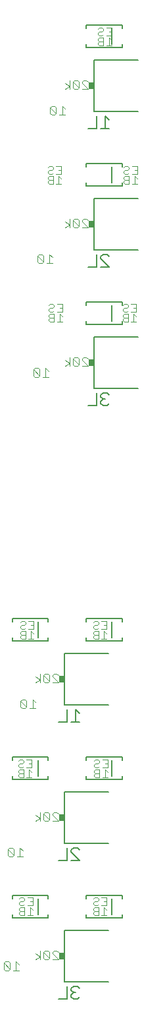
<source format=gbo>
G75*
G70*
%OFA0B0*%
%FSLAX24Y24*%
%IPPOS*%
%LPD*%
%AMOC8*
5,1,8,0,0,1.08239X$1,22.5*
%
%ADD10C,0.0060*%
%ADD11C,0.0040*%
%ADD12C,0.0080*%
%ADD13R,0.0300X0.0340*%
D10*
X054038Y004384D02*
X054465Y004384D01*
X054465Y005025D01*
X054683Y004918D02*
X054683Y004811D01*
X054790Y004705D01*
X054683Y004598D01*
X054683Y004491D01*
X054790Y004384D01*
X055003Y004384D01*
X055110Y004491D01*
X054896Y004705D02*
X054790Y004705D01*
X054683Y004918D02*
X054790Y005025D01*
X055003Y005025D01*
X055110Y004918D01*
X055110Y011384D02*
X054683Y011384D01*
X054465Y011384D02*
X054038Y011384D01*
X054465Y011384D02*
X054465Y012025D01*
X054683Y011918D02*
X054790Y012025D01*
X055003Y012025D01*
X055110Y011918D01*
X054683Y011918D02*
X054683Y011811D01*
X055110Y011384D01*
X055110Y018384D02*
X054683Y018384D01*
X054896Y018384D02*
X054896Y019025D01*
X055110Y018811D01*
X054465Y019025D02*
X054465Y018384D01*
X054038Y018384D01*
X055538Y034384D02*
X055965Y034384D01*
X055965Y035025D01*
X056183Y034918D02*
X056183Y034811D01*
X056290Y034705D01*
X056183Y034598D01*
X056183Y034491D01*
X056290Y034384D01*
X056503Y034384D01*
X056610Y034491D01*
X056396Y034705D02*
X056290Y034705D01*
X056183Y034918D02*
X056290Y035025D01*
X056503Y035025D01*
X056610Y034918D01*
X056610Y041384D02*
X056183Y041811D01*
X056183Y041918D01*
X056290Y042025D01*
X056503Y042025D01*
X056610Y041918D01*
X056610Y041384D02*
X056183Y041384D01*
X055965Y041384D02*
X055538Y041384D01*
X055965Y041384D02*
X055965Y042025D01*
X055965Y048384D02*
X055538Y048384D01*
X055965Y048384D02*
X055965Y049025D01*
X056396Y049025D02*
X056396Y048384D01*
X056183Y048384D02*
X056610Y048384D01*
X056610Y048811D02*
X056396Y049025D01*
D11*
X051264Y005901D02*
X051340Y005824D01*
X051494Y005824D01*
X051570Y005901D01*
X051264Y006208D01*
X051264Y005901D01*
X051570Y005901D02*
X051570Y006208D01*
X051494Y006285D01*
X051340Y006285D01*
X051264Y006208D01*
X051724Y005824D02*
X052031Y005824D01*
X051877Y005824D02*
X051877Y006285D01*
X052031Y006131D01*
X052880Y006374D02*
X053110Y006528D01*
X052880Y006681D01*
X053110Y006835D02*
X053110Y006374D01*
X053264Y006451D02*
X053264Y006758D01*
X053570Y006451D01*
X053494Y006374D01*
X053340Y006374D01*
X053264Y006451D01*
X053570Y006451D02*
X053570Y006758D01*
X053494Y006835D01*
X053340Y006835D01*
X053264Y006758D01*
X053724Y006758D02*
X053801Y006835D01*
X053954Y006835D01*
X054031Y006758D01*
X053724Y006758D02*
X053724Y006681D01*
X054031Y006374D01*
X053724Y006374D01*
X052731Y008624D02*
X052457Y008624D01*
X052594Y008624D02*
X052594Y009035D01*
X052731Y008898D01*
X052731Y009124D02*
X052457Y009124D01*
X052316Y009193D02*
X052248Y009124D01*
X052111Y009124D01*
X052043Y009193D01*
X052043Y009261D01*
X052111Y009329D01*
X052248Y009329D01*
X052316Y009398D01*
X052316Y009466D01*
X052248Y009535D01*
X052111Y009535D01*
X052043Y009466D01*
X052457Y009535D02*
X052731Y009535D01*
X052731Y009124D01*
X052731Y009329D02*
X052594Y009329D01*
X052316Y009035D02*
X052111Y009035D01*
X052043Y008966D01*
X052043Y008898D01*
X052111Y008829D01*
X052316Y008829D01*
X052316Y008624D02*
X052111Y008624D01*
X052043Y008693D01*
X052043Y008761D01*
X052111Y008829D01*
X052316Y008624D02*
X052316Y009035D01*
X052231Y011574D02*
X051924Y011574D01*
X052077Y011574D02*
X052077Y012035D01*
X052231Y011881D01*
X051770Y011958D02*
X051694Y012035D01*
X051540Y012035D01*
X051464Y011958D01*
X051770Y011651D01*
X051694Y011574D01*
X051540Y011574D01*
X051464Y011651D01*
X051464Y011958D01*
X051770Y011958D02*
X051770Y011651D01*
X052880Y013374D02*
X053110Y013528D01*
X052880Y013681D01*
X053110Y013835D02*
X053110Y013374D01*
X053264Y013451D02*
X053340Y013374D01*
X053494Y013374D01*
X053570Y013451D01*
X053264Y013758D01*
X053264Y013451D01*
X053570Y013451D02*
X053570Y013758D01*
X053494Y013835D01*
X053340Y013835D01*
X053264Y013758D01*
X053724Y013758D02*
X053801Y013835D01*
X053954Y013835D01*
X054031Y013758D01*
X053724Y013758D02*
X053724Y013681D01*
X054031Y013374D01*
X053724Y013374D01*
X052681Y015574D02*
X052407Y015574D01*
X052544Y015574D02*
X052544Y015985D01*
X052681Y015848D01*
X052681Y016074D02*
X052407Y016074D01*
X052266Y016143D02*
X052198Y016074D01*
X052061Y016074D01*
X051993Y016143D01*
X051993Y016211D01*
X052061Y016279D01*
X052198Y016279D01*
X052266Y016348D01*
X052266Y016416D01*
X052198Y016485D01*
X052061Y016485D01*
X051993Y016416D01*
X052407Y016485D02*
X052681Y016485D01*
X052681Y016074D01*
X052681Y016279D02*
X052544Y016279D01*
X052266Y015985D02*
X052266Y015574D01*
X052061Y015574D01*
X051993Y015643D01*
X051993Y015711D01*
X052061Y015779D01*
X052266Y015779D01*
X052061Y015779D02*
X051993Y015848D01*
X051993Y015916D01*
X052061Y015985D01*
X052266Y015985D01*
X052190Y019074D02*
X052344Y019074D01*
X052420Y019151D01*
X052114Y019458D01*
X052114Y019151D01*
X052190Y019074D01*
X052420Y019151D02*
X052420Y019458D01*
X052344Y019535D01*
X052190Y019535D01*
X052114Y019458D01*
X052574Y019074D02*
X052881Y019074D01*
X052727Y019074D02*
X052727Y019535D01*
X052881Y019381D01*
X052880Y020374D02*
X053110Y020528D01*
X052880Y020681D01*
X053110Y020835D02*
X053110Y020374D01*
X053264Y020451D02*
X053264Y020758D01*
X053570Y020451D01*
X053494Y020374D01*
X053340Y020374D01*
X053264Y020451D01*
X053570Y020451D02*
X053570Y020758D01*
X053494Y020835D01*
X053340Y020835D01*
X053264Y020758D01*
X053724Y020758D02*
X053801Y020835D01*
X053954Y020835D01*
X054031Y020758D01*
X053724Y020758D02*
X053724Y020681D01*
X054031Y020374D01*
X053724Y020374D01*
X052781Y022574D02*
X052507Y022574D01*
X052644Y022574D02*
X052644Y022985D01*
X052781Y022848D01*
X052781Y023074D02*
X052507Y023074D01*
X052366Y023143D02*
X052298Y023074D01*
X052161Y023074D01*
X052093Y023143D01*
X052093Y023211D01*
X052161Y023279D01*
X052298Y023279D01*
X052366Y023348D01*
X052366Y023416D01*
X052298Y023485D01*
X052161Y023485D01*
X052093Y023416D01*
X052507Y023485D02*
X052781Y023485D01*
X052781Y023074D01*
X052781Y023279D02*
X052644Y023279D01*
X052366Y022985D02*
X052161Y022985D01*
X052093Y022916D01*
X052093Y022848D01*
X052161Y022779D01*
X052366Y022779D01*
X052366Y022574D02*
X052161Y022574D01*
X052093Y022643D01*
X052093Y022711D01*
X052161Y022779D01*
X052366Y022574D02*
X052366Y022985D01*
X055793Y022916D02*
X055793Y022848D01*
X055861Y022779D01*
X056066Y022779D01*
X056066Y022574D02*
X055861Y022574D01*
X055793Y022643D01*
X055793Y022711D01*
X055861Y022779D01*
X055793Y022916D02*
X055861Y022985D01*
X056066Y022985D01*
X056066Y022574D01*
X056207Y022574D02*
X056481Y022574D01*
X056344Y022574D02*
X056344Y022985D01*
X056481Y022848D01*
X056481Y023074D02*
X056207Y023074D01*
X056066Y023143D02*
X055998Y023074D01*
X055861Y023074D01*
X055793Y023143D01*
X055793Y023211D01*
X055861Y023279D01*
X055998Y023279D01*
X056066Y023348D01*
X056066Y023416D01*
X055998Y023485D01*
X055861Y023485D01*
X055793Y023416D01*
X056207Y023485D02*
X056481Y023485D01*
X056481Y023074D01*
X056481Y023279D02*
X056344Y023279D01*
X056257Y016485D02*
X056531Y016485D01*
X056531Y016074D01*
X056257Y016074D01*
X056116Y016143D02*
X056048Y016074D01*
X055911Y016074D01*
X055843Y016143D01*
X055843Y016211D01*
X055911Y016279D01*
X056048Y016279D01*
X056116Y016348D01*
X056116Y016416D01*
X056048Y016485D01*
X055911Y016485D01*
X055843Y016416D01*
X055911Y015985D02*
X055843Y015916D01*
X055843Y015848D01*
X055911Y015779D01*
X056116Y015779D01*
X055911Y015779D02*
X055843Y015711D01*
X055843Y015643D01*
X055911Y015574D01*
X056116Y015574D01*
X056116Y015985D01*
X055911Y015985D01*
X056394Y015985D02*
X056394Y015574D01*
X056531Y015574D02*
X056257Y015574D01*
X056531Y015848D02*
X056394Y015985D01*
X056394Y016279D02*
X056531Y016279D01*
X056481Y009535D02*
X056481Y009124D01*
X056207Y009124D01*
X056066Y009193D02*
X055998Y009124D01*
X055861Y009124D01*
X055793Y009193D01*
X055793Y009261D01*
X055861Y009329D01*
X055998Y009329D01*
X056066Y009398D01*
X056066Y009466D01*
X055998Y009535D01*
X055861Y009535D01*
X055793Y009466D01*
X056207Y009535D02*
X056481Y009535D01*
X056481Y009329D02*
X056344Y009329D01*
X056344Y009035D02*
X056344Y008624D01*
X056481Y008624D02*
X056207Y008624D01*
X056066Y008624D02*
X055861Y008624D01*
X055793Y008693D01*
X055793Y008761D01*
X055861Y008829D01*
X056066Y008829D01*
X055861Y008829D02*
X055793Y008898D01*
X055793Y008966D01*
X055861Y009035D01*
X056066Y009035D01*
X056066Y008624D01*
X056344Y009035D02*
X056481Y008898D01*
X053531Y035824D02*
X053224Y035824D01*
X053377Y035824D02*
X053377Y036285D01*
X053531Y036131D01*
X053070Y036208D02*
X052994Y036285D01*
X052840Y036285D01*
X052764Y036208D01*
X053070Y035901D01*
X052994Y035824D01*
X052840Y035824D01*
X052764Y035901D01*
X052764Y036208D01*
X053070Y036208D02*
X053070Y035901D01*
X054380Y036374D02*
X054610Y036528D01*
X054380Y036681D01*
X054610Y036835D02*
X054610Y036374D01*
X054764Y036451D02*
X054840Y036374D01*
X054994Y036374D01*
X055070Y036451D01*
X054764Y036758D01*
X054764Y036451D01*
X055070Y036451D02*
X055070Y036758D01*
X054994Y036835D01*
X054840Y036835D01*
X054764Y036758D01*
X055224Y036758D02*
X055301Y036835D01*
X055454Y036835D01*
X055531Y036758D01*
X055224Y036758D02*
X055224Y036681D01*
X055531Y036374D01*
X055224Y036374D01*
X054231Y038624D02*
X053957Y038624D01*
X054094Y038624D02*
X054094Y039035D01*
X054231Y038898D01*
X054231Y039124D02*
X053957Y039124D01*
X053816Y039193D02*
X053748Y039124D01*
X053611Y039124D01*
X053543Y039193D01*
X053543Y039261D01*
X053611Y039329D01*
X053748Y039329D01*
X053816Y039398D01*
X053816Y039466D01*
X053748Y039535D01*
X053611Y039535D01*
X053543Y039466D01*
X053957Y039535D02*
X054231Y039535D01*
X054231Y039124D01*
X054231Y039329D02*
X054094Y039329D01*
X053816Y039035D02*
X053816Y038624D01*
X053611Y038624D01*
X053543Y038693D01*
X053543Y038761D01*
X053611Y038829D01*
X053816Y038829D01*
X053611Y038829D02*
X053543Y038898D01*
X053543Y038966D01*
X053611Y039035D01*
X053816Y039035D01*
X053731Y041574D02*
X053424Y041574D01*
X053577Y041574D02*
X053577Y042035D01*
X053731Y041881D01*
X053270Y041958D02*
X053194Y042035D01*
X053040Y042035D01*
X052964Y041958D01*
X053270Y041651D01*
X053194Y041574D01*
X053040Y041574D01*
X052964Y041651D01*
X052964Y041958D01*
X053270Y041958D02*
X053270Y041651D01*
X054380Y043374D02*
X054610Y043528D01*
X054380Y043681D01*
X054610Y043835D02*
X054610Y043374D01*
X054764Y043451D02*
X054840Y043374D01*
X054994Y043374D01*
X055070Y043451D01*
X054764Y043758D01*
X054764Y043451D01*
X055070Y043451D02*
X055070Y043758D01*
X054994Y043835D01*
X054840Y043835D01*
X054764Y043758D01*
X055224Y043758D02*
X055301Y043835D01*
X055454Y043835D01*
X055531Y043758D01*
X055224Y043758D02*
X055224Y043681D01*
X055531Y043374D01*
X055224Y043374D01*
X054181Y045574D02*
X053907Y045574D01*
X054044Y045574D02*
X054044Y045985D01*
X054181Y045848D01*
X054181Y046074D02*
X053907Y046074D01*
X053766Y046143D02*
X053698Y046074D01*
X053561Y046074D01*
X053493Y046143D01*
X053493Y046211D01*
X053561Y046279D01*
X053698Y046279D01*
X053766Y046348D01*
X053766Y046416D01*
X053698Y046485D01*
X053561Y046485D01*
X053493Y046416D01*
X053907Y046485D02*
X054181Y046485D01*
X054181Y046074D01*
X054181Y046279D02*
X054044Y046279D01*
X053766Y045985D02*
X053561Y045985D01*
X053493Y045916D01*
X053493Y045848D01*
X053561Y045779D01*
X053766Y045779D01*
X053766Y045574D02*
X053561Y045574D01*
X053493Y045643D01*
X053493Y045711D01*
X053561Y045779D01*
X053766Y045574D02*
X053766Y045985D01*
X057343Y045916D02*
X057343Y045848D01*
X057411Y045779D01*
X057616Y045779D01*
X057616Y045574D02*
X057411Y045574D01*
X057343Y045643D01*
X057343Y045711D01*
X057411Y045779D01*
X057343Y045916D02*
X057411Y045985D01*
X057616Y045985D01*
X057616Y045574D01*
X057757Y045574D02*
X058031Y045574D01*
X057894Y045574D02*
X057894Y045985D01*
X058031Y045848D01*
X058031Y046074D02*
X057757Y046074D01*
X057616Y046143D02*
X057548Y046074D01*
X057411Y046074D01*
X057343Y046143D01*
X057343Y046211D01*
X057411Y046279D01*
X057548Y046279D01*
X057616Y046348D01*
X057616Y046416D01*
X057548Y046485D01*
X057411Y046485D01*
X057343Y046416D01*
X057757Y046485D02*
X058031Y046485D01*
X058031Y046074D01*
X058031Y046279D02*
X057894Y046279D01*
X054381Y049074D02*
X054074Y049074D01*
X054227Y049074D02*
X054227Y049535D01*
X054381Y049381D01*
X053920Y049458D02*
X053844Y049535D01*
X053690Y049535D01*
X053614Y049458D01*
X053920Y049151D01*
X053844Y049074D01*
X053690Y049074D01*
X053614Y049151D01*
X053614Y049458D01*
X053920Y049458D02*
X053920Y049151D01*
X054380Y050374D02*
X054610Y050528D01*
X054380Y050681D01*
X054610Y050835D02*
X054610Y050374D01*
X054764Y050451D02*
X054840Y050374D01*
X054994Y050374D01*
X055070Y050451D01*
X054764Y050758D01*
X054764Y050451D01*
X055070Y050451D02*
X055070Y050758D01*
X054994Y050835D01*
X054840Y050835D01*
X054764Y050758D01*
X055224Y050758D02*
X055301Y050835D01*
X055454Y050835D01*
X055531Y050758D01*
X055224Y050758D02*
X055224Y050681D01*
X055531Y050374D01*
X055224Y050374D01*
X056111Y052574D02*
X056316Y052574D01*
X056316Y052985D01*
X056111Y052985D01*
X056043Y052916D01*
X056043Y052848D01*
X056111Y052779D01*
X056316Y052779D01*
X056111Y052779D02*
X056043Y052711D01*
X056043Y052643D01*
X056111Y052574D01*
X056457Y052574D02*
X056731Y052574D01*
X056594Y052574D02*
X056594Y052985D01*
X056731Y052848D01*
X056731Y053074D02*
X056457Y053074D01*
X056316Y053143D02*
X056248Y053074D01*
X056111Y053074D01*
X056043Y053143D01*
X056043Y053211D01*
X056111Y053279D01*
X056248Y053279D01*
X056316Y053348D01*
X056316Y053416D01*
X056248Y053485D01*
X056111Y053485D01*
X056043Y053416D01*
X056457Y053485D02*
X056731Y053485D01*
X056731Y053074D01*
X056731Y053279D02*
X056594Y053279D01*
X057361Y039535D02*
X057498Y039535D01*
X057566Y039466D01*
X057566Y039398D01*
X057498Y039329D01*
X057361Y039329D01*
X057293Y039261D01*
X057293Y039193D01*
X057361Y039124D01*
X057498Y039124D01*
X057566Y039193D01*
X057707Y039124D02*
X057981Y039124D01*
X057981Y039535D01*
X057707Y039535D01*
X057844Y039329D02*
X057981Y039329D01*
X057844Y039035D02*
X057844Y038624D01*
X057981Y038624D02*
X057707Y038624D01*
X057566Y038624D02*
X057361Y038624D01*
X057293Y038693D01*
X057293Y038761D01*
X057361Y038829D01*
X057566Y038829D01*
X057566Y038624D02*
X057566Y039035D01*
X057361Y039035D01*
X057293Y038966D01*
X057293Y038898D01*
X057361Y038829D01*
X057844Y039035D02*
X057981Y038898D01*
X057361Y039535D02*
X057293Y039466D01*
D12*
X057256Y039448D02*
X057256Y039625D01*
X055445Y039625D01*
X055445Y039448D01*
X055445Y038661D02*
X055445Y038483D01*
X057256Y038483D01*
X057256Y038661D01*
X056744Y038661D02*
X056744Y039448D01*
X055851Y037844D02*
X055851Y035264D01*
X058071Y035264D01*
X058071Y037844D02*
X055851Y037844D01*
X055851Y042264D02*
X058071Y042264D01*
X055851Y042264D02*
X055851Y044844D01*
X058071Y044844D01*
X057256Y045483D02*
X057256Y045661D01*
X057256Y045483D02*
X055445Y045483D01*
X055445Y045661D01*
X055445Y046448D02*
X055445Y046625D01*
X057256Y046625D01*
X057256Y046448D01*
X056744Y046448D02*
X056744Y045661D01*
X055851Y049264D02*
X058071Y049264D01*
X055851Y049264D02*
X055851Y051844D01*
X058071Y051844D01*
X057256Y052483D02*
X057256Y052661D01*
X057256Y052483D02*
X055445Y052483D01*
X055445Y052661D01*
X055445Y053448D02*
X055445Y053625D01*
X057256Y053625D01*
X057256Y053448D01*
X056744Y053448D02*
X056744Y052661D01*
X057256Y023625D02*
X055445Y023625D01*
X055445Y023448D01*
X055445Y022661D02*
X055445Y022483D01*
X057256Y022483D01*
X057256Y022661D01*
X056744Y022661D02*
X056744Y023448D01*
X057256Y023448D02*
X057256Y023625D01*
X056571Y021844D02*
X054351Y021844D01*
X054351Y019264D01*
X056571Y019264D01*
X057256Y016625D02*
X055445Y016625D01*
X055445Y016448D01*
X055445Y015661D02*
X055445Y015483D01*
X057256Y015483D01*
X057256Y015661D01*
X056744Y015661D02*
X056744Y016448D01*
X057256Y016448D02*
X057256Y016625D01*
X056571Y014844D02*
X054351Y014844D01*
X054351Y012264D01*
X056571Y012264D01*
X057256Y009625D02*
X055445Y009625D01*
X055445Y009448D01*
X055445Y008661D02*
X055445Y008483D01*
X057256Y008483D01*
X057256Y008661D01*
X056744Y008661D02*
X056744Y009448D01*
X057256Y009448D02*
X057256Y009625D01*
X056571Y007844D02*
X054351Y007844D01*
X054351Y005264D01*
X056571Y005264D01*
X053506Y008483D02*
X051695Y008483D01*
X051695Y008661D01*
X051695Y009448D02*
X051695Y009625D01*
X053506Y009625D01*
X053506Y009448D01*
X052994Y009448D02*
X052994Y008661D01*
X053506Y008661D02*
X053506Y008483D01*
X053506Y015483D02*
X051695Y015483D01*
X051695Y015661D01*
X052994Y015661D02*
X052994Y016448D01*
X053506Y016448D02*
X053506Y016625D01*
X051695Y016625D01*
X051695Y016448D01*
X053506Y015661D02*
X053506Y015483D01*
X053506Y022483D02*
X051695Y022483D01*
X051695Y022661D01*
X051695Y023448D02*
X051695Y023625D01*
X053506Y023625D01*
X053506Y023448D01*
X052994Y023448D02*
X052994Y022661D01*
X053506Y022661D02*
X053506Y022483D01*
D13*
X054201Y020554D03*
X054201Y013554D03*
X054201Y006554D03*
X055701Y036554D03*
X055701Y043554D03*
X055701Y050554D03*
M02*

</source>
